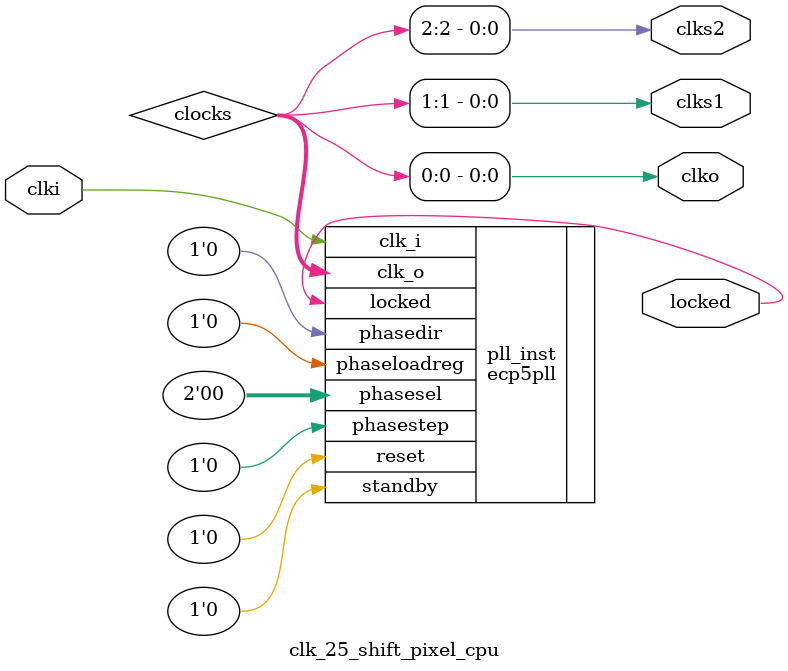
<source format=v>

module clk_25_shift_pixel_cpu
(
    input  wire clki,      // 25 MHz input clock
    output wire clko,      // 255 MHz HDMI shift clock (5x 51MHz pixel)
    output wire clks1,     // 51 MHz pixel clock (1024x768@50Hz)
    output wire clks2,     // 51 MHz CPU clock
    output wire locked     // PLL lock indicator
);

    wire [3:0] clocks;

    ecp5pll
    #(
        .in_hz      (25000000),     // 25 MHz input
        .out0_hz    (255000000),    // 255 MHz shift clock (HDMI DDR, 5x pixel)
        .out1_hz    (51000000),     // 51 MHz pixel clock (1024x768@50Hz)
        .out2_hz    (51000000),     // 51 MHz CPU clock (same as pixel, PLL compatible)
        .out3_hz    (0)             // unused
    )
    pll_inst
    (
        .clk_i          (clki),
        .clk_o          (clocks),
        .reset          (1'b0),
        .standby        (1'b0),
        .phasesel       (2'b00),
        .phasedir       (1'b0),
        .phasestep      (1'b0),
        .phaseloadreg   (1'b0),
        .locked         (locked)
    );

    assign clko  = clocks[0];   // 255 MHz shift clock
    assign clks1 = clocks[1];   // 51 MHz pixel clock
    assign clks2 = clocks[2];   // 51 MHz CPU clock

endmodule

</source>
